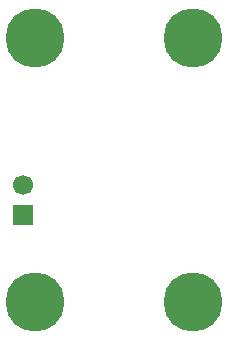
<source format=gbr>
%TF.GenerationSoftware,KiCad,Pcbnew,9.0.5*%
%TF.CreationDate,2025-10-22T12:52:36+02:00*%
%TF.ProjectId,tut_1,7475745f-312e-46b6-9963-61645f706362,rev?*%
%TF.SameCoordinates,Original*%
%TF.FileFunction,Soldermask,Bot*%
%TF.FilePolarity,Negative*%
%FSLAX46Y46*%
G04 Gerber Fmt 4.6, Leading zero omitted, Abs format (unit mm)*
G04 Created by KiCad (PCBNEW 9.0.5) date 2025-10-22 12:52:36*
%MOMM*%
%LPD*%
G01*
G04 APERTURE LIST*
%ADD10C,5.000000*%
%ADD11R,1.700000X1.700000*%
%ADD12C,1.700000*%
G04 APERTURE END LIST*
D10*
%TO.C,H4*%
X132000000Y-99400000D03*
%TD*%
%TO.C,H3*%
X145400000Y-99400000D03*
%TD*%
%TO.C,H2*%
X145400000Y-77000000D03*
%TD*%
%TO.C,H1*%
X132000000Y-77000000D03*
%TD*%
D11*
%TO.C,J1*%
X131000000Y-92040000D03*
D12*
X131000000Y-89500000D03*
%TD*%
M02*

</source>
